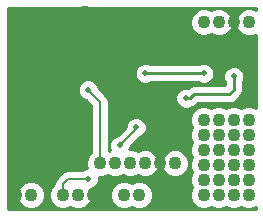
<source format=gbr>
G04 #@! TF.FileFunction,Copper,L2,Bot,Signal*
%FSLAX46Y46*%
G04 Gerber Fmt 4.6, Leading zero omitted, Abs format (unit mm)*
G04 Created by KiCad (PCBNEW (2014-12-04 BZR 5312)-product) date 4/7/2015 12:43:42 PM*
%MOMM*%
G01*
G04 APERTURE LIST*
%ADD10C,0.100000*%
%ADD11C,1.100000*%
%ADD12C,0.609600*%
%ADD13C,0.508000*%
%ADD14C,0.203200*%
%ADD15C,0.254000*%
G04 APERTURE END LIST*
D10*
D11*
X131953000Y-46101000D03*
X130683000Y-46101000D03*
X122809000Y-46101000D03*
X121539000Y-46101000D03*
X141224000Y-39751000D03*
X139954000Y-39751000D03*
X138684000Y-39751000D03*
X137414000Y-39751000D03*
X137414000Y-41021000D03*
X137414000Y-42291000D03*
X137414000Y-43561000D03*
X137414000Y-44831000D03*
X137414000Y-46101000D03*
X138684000Y-41021000D03*
X138684000Y-42291000D03*
X138684000Y-43561000D03*
X138684000Y-44831000D03*
X138684000Y-46101000D03*
X139954000Y-41021000D03*
X139954000Y-42291000D03*
X139954000Y-43561000D03*
X139954000Y-44831000D03*
X139954000Y-46101000D03*
X141224000Y-41021000D03*
X141224000Y-42291000D03*
X141224000Y-43561000D03*
X141224000Y-44831000D03*
X141224000Y-46101000D03*
X137414000Y-31496000D03*
X138684000Y-31496000D03*
X139954000Y-31496000D03*
X141224000Y-31496000D03*
X128651000Y-43434000D03*
X135001000Y-43434000D03*
X133731000Y-43434000D03*
X132461000Y-43434000D03*
X131191000Y-43434000D03*
X129921000Y-43434000D03*
X125476000Y-46101000D03*
X126746000Y-46101000D03*
X128016000Y-46101000D03*
D12*
X133858000Y-31496000D03*
X127381000Y-30353000D03*
X121666000Y-35560000D03*
D13*
X130302000Y-41910000D03*
X131699000Y-40386000D03*
X135889990Y-37926501D03*
X139954000Y-36068000D03*
X132461000Y-35814000D03*
X137414000Y-35814000D03*
X127635000Y-37211000D03*
X127640080Y-44719240D03*
D14*
X130302000Y-41910000D02*
X131699000Y-40513000D01*
X131699000Y-40513000D02*
X131699000Y-40386000D01*
D15*
X136249200Y-37926501D02*
X136583701Y-37592000D01*
X135889990Y-37926501D02*
X136249200Y-37926501D01*
X136583701Y-37592000D02*
X139573000Y-37592000D01*
X139954000Y-37211000D02*
X139954000Y-36068000D01*
X139573000Y-37592000D02*
X139954000Y-37211000D01*
X132461000Y-35814000D02*
X137414000Y-35814000D01*
D14*
X128651000Y-38227000D02*
X128651000Y-43434000D01*
X127635000Y-37211000D02*
X128651000Y-38227000D01*
X125958600Y-44719240D02*
X125476000Y-45201840D01*
X125476000Y-45201840D02*
X125476000Y-46101000D01*
X127640080Y-44719240D02*
X125958600Y-44719240D01*
D15*
G36*
X141809000Y-47321000D02*
X136186206Y-47321000D01*
X136186206Y-43199323D01*
X136006180Y-42763628D01*
X135673125Y-42429991D01*
X135237745Y-42249206D01*
X134766323Y-42248794D01*
X134330628Y-42428820D01*
X133996991Y-42761875D01*
X133816206Y-43197255D01*
X133815794Y-43668677D01*
X133995820Y-44104372D01*
X134328875Y-44438009D01*
X134764255Y-44618794D01*
X135235677Y-44619206D01*
X135671372Y-44439180D01*
X136005009Y-44106125D01*
X136185794Y-43670745D01*
X136186206Y-43199323D01*
X136186206Y-47321000D01*
X133646206Y-47321000D01*
X133646206Y-43199323D01*
X133466180Y-42763628D01*
X133133125Y-42429991D01*
X132697745Y-42249206D01*
X132226323Y-42248794D01*
X131825552Y-42414389D01*
X131427745Y-42249206D01*
X131123855Y-42248940D01*
X131190846Y-42087609D01*
X131190867Y-42062842D01*
X132051433Y-41202276D01*
X132201920Y-41140097D01*
X132452218Y-40890236D01*
X132587846Y-40563609D01*
X132588154Y-40209943D01*
X132453097Y-39883080D01*
X132203236Y-39632782D01*
X131876609Y-39497154D01*
X131522943Y-39496846D01*
X131196080Y-39631903D01*
X130945782Y-39881764D01*
X130810154Y-40208391D01*
X130810021Y-40360268D01*
X130149423Y-41020866D01*
X130125943Y-41020846D01*
X129799080Y-41155903D01*
X129548782Y-41405764D01*
X129413154Y-41732391D01*
X129412846Y-42086057D01*
X129510162Y-42321582D01*
X129387600Y-42372224D01*
X129387600Y-38227000D01*
X129331530Y-37945115D01*
X129171855Y-37706145D01*
X128524133Y-37058423D01*
X128524154Y-37034943D01*
X128389097Y-36708080D01*
X128139236Y-36457782D01*
X127812609Y-36322154D01*
X127458943Y-36321846D01*
X127132080Y-36456903D01*
X126881782Y-36706764D01*
X126746154Y-37033391D01*
X126745846Y-37387057D01*
X126880903Y-37713920D01*
X127130764Y-37964218D01*
X127457391Y-38099846D01*
X127482157Y-38099867D01*
X127914400Y-38532110D01*
X127914400Y-42494932D01*
X127646991Y-42761875D01*
X127466206Y-43197255D01*
X127465794Y-43668677D01*
X127532511Y-43830145D01*
X127464023Y-43830086D01*
X127137160Y-43965143D01*
X127119632Y-43982640D01*
X125958600Y-43982640D01*
X125676715Y-44038710D01*
X125437745Y-44198385D01*
X124955145Y-44680985D01*
X124795470Y-44919955D01*
X124749304Y-45152044D01*
X124471991Y-45428875D01*
X124291206Y-45864255D01*
X124290794Y-46335677D01*
X124470820Y-46771372D01*
X124803875Y-47105009D01*
X125239255Y-47285794D01*
X125710677Y-47286206D01*
X126111447Y-47120610D01*
X126509255Y-47285794D01*
X126980677Y-47286206D01*
X127416372Y-47106180D01*
X127750009Y-46773125D01*
X127930794Y-46337745D01*
X127931206Y-45866323D01*
X127823392Y-45605395D01*
X128143000Y-45473337D01*
X128393298Y-45223476D01*
X128528926Y-44896849D01*
X128529168Y-44618894D01*
X128885677Y-44619206D01*
X129286447Y-44453610D01*
X129684255Y-44618794D01*
X130155677Y-44619206D01*
X130556447Y-44453610D01*
X130954255Y-44618794D01*
X131425677Y-44619206D01*
X131826447Y-44453610D01*
X132224255Y-44618794D01*
X132695677Y-44619206D01*
X133131372Y-44439180D01*
X133465009Y-44106125D01*
X133645794Y-43670745D01*
X133646206Y-43199323D01*
X133646206Y-47321000D01*
X133138206Y-47321000D01*
X133138206Y-45866323D01*
X132958180Y-45430628D01*
X132625125Y-45096991D01*
X132189745Y-44916206D01*
X131718323Y-44915794D01*
X131317552Y-45081389D01*
X130919745Y-44916206D01*
X130448323Y-44915794D01*
X130012628Y-45095820D01*
X129678991Y-45428875D01*
X129498206Y-45864255D01*
X129497794Y-46335677D01*
X129677820Y-46771372D01*
X130010875Y-47105009D01*
X130446255Y-47285794D01*
X130917677Y-47286206D01*
X131318447Y-47120610D01*
X131716255Y-47285794D01*
X132187677Y-47286206D01*
X132623372Y-47106180D01*
X132957009Y-46773125D01*
X133137794Y-46337745D01*
X133138206Y-45866323D01*
X133138206Y-47321000D01*
X123994206Y-47321000D01*
X123994206Y-45866323D01*
X123814180Y-45430628D01*
X123481125Y-45096991D01*
X123045745Y-44916206D01*
X122574323Y-44915794D01*
X122138628Y-45095820D01*
X121804991Y-45428875D01*
X121624206Y-45864255D01*
X121623794Y-46335677D01*
X121803820Y-46771372D01*
X122136875Y-47105009D01*
X122572255Y-47285794D01*
X123043677Y-47286206D01*
X123479372Y-47106180D01*
X123813009Y-46773125D01*
X123993794Y-46337745D01*
X123994206Y-45866323D01*
X123994206Y-47321000D01*
X120827000Y-47321000D01*
X120827000Y-30276000D01*
X141809000Y-30276000D01*
X141809000Y-30455813D01*
X141460745Y-30311206D01*
X140989323Y-30310794D01*
X140553628Y-30490820D01*
X140219991Y-30823875D01*
X140039206Y-31259255D01*
X140038794Y-31730677D01*
X140218820Y-32166372D01*
X140551875Y-32500009D01*
X140987255Y-32680794D01*
X141458677Y-32681206D01*
X141809000Y-32536455D01*
X141809000Y-38710813D01*
X141460745Y-38566206D01*
X140989323Y-38565794D01*
X140843154Y-38626189D01*
X140843154Y-35891943D01*
X140708097Y-35565080D01*
X140458236Y-35314782D01*
X140131609Y-35179154D01*
X139869206Y-35178925D01*
X139869206Y-31261323D01*
X139689180Y-30825628D01*
X139356125Y-30491991D01*
X138920745Y-30311206D01*
X138449323Y-30310794D01*
X138048552Y-30476389D01*
X137650745Y-30311206D01*
X137179323Y-30310794D01*
X136743628Y-30490820D01*
X136409991Y-30823875D01*
X136229206Y-31259255D01*
X136228794Y-31730677D01*
X136408820Y-32166372D01*
X136741875Y-32500009D01*
X137177255Y-32680794D01*
X137648677Y-32681206D01*
X138049447Y-32515610D01*
X138447255Y-32680794D01*
X138918677Y-32681206D01*
X139354372Y-32501180D01*
X139688009Y-32168125D01*
X139868794Y-31732745D01*
X139869206Y-31261323D01*
X139869206Y-35178925D01*
X139777943Y-35178846D01*
X139451080Y-35313903D01*
X139200782Y-35563764D01*
X139065154Y-35890391D01*
X139064846Y-36244057D01*
X139192000Y-36551793D01*
X139192000Y-36830000D01*
X138303154Y-36830000D01*
X138303154Y-35637943D01*
X138168097Y-35311080D01*
X137918236Y-35060782D01*
X137591609Y-34925154D01*
X137237943Y-34924846D01*
X136930206Y-35052000D01*
X132944086Y-35052000D01*
X132638609Y-34925154D01*
X132284943Y-34924846D01*
X131958080Y-35059903D01*
X131707782Y-35309764D01*
X131572154Y-35636391D01*
X131571846Y-35990057D01*
X131706903Y-36316920D01*
X131956764Y-36567218D01*
X132283391Y-36702846D01*
X132637057Y-36703154D01*
X132944793Y-36576000D01*
X136930913Y-36576000D01*
X137236391Y-36702846D01*
X137590057Y-36703154D01*
X137916920Y-36568097D01*
X138167218Y-36318236D01*
X138302846Y-35991609D01*
X138303154Y-35637943D01*
X138303154Y-36830000D01*
X136583701Y-36830000D01*
X136292096Y-36888004D01*
X136067925Y-37037790D01*
X136067599Y-37037655D01*
X135713933Y-37037347D01*
X135387070Y-37172404D01*
X135136772Y-37422265D01*
X135001144Y-37748892D01*
X135000836Y-38102558D01*
X135135893Y-38429421D01*
X135385754Y-38679719D01*
X135712381Y-38815347D01*
X136066047Y-38815655D01*
X136392910Y-38680598D01*
X136418784Y-38654768D01*
X136540804Y-38630497D01*
X136540805Y-38630497D01*
X136788015Y-38465316D01*
X136899331Y-38354000D01*
X139573000Y-38354000D01*
X139573000Y-38353999D01*
X139864604Y-38295996D01*
X139864605Y-38295996D01*
X140111815Y-38130815D01*
X140492815Y-37749816D01*
X140492815Y-37749815D01*
X140657996Y-37502605D01*
X140715999Y-37211000D01*
X140716000Y-37211000D01*
X140716000Y-36551086D01*
X140842846Y-36245609D01*
X140843154Y-35891943D01*
X140843154Y-38626189D01*
X140588552Y-38731389D01*
X140190745Y-38566206D01*
X139719323Y-38565794D01*
X139318552Y-38731389D01*
X138920745Y-38566206D01*
X138449323Y-38565794D01*
X138048552Y-38731389D01*
X137650745Y-38566206D01*
X137179323Y-38565794D01*
X136743628Y-38745820D01*
X136409991Y-39078875D01*
X136229206Y-39514255D01*
X136228794Y-39985677D01*
X136394389Y-40386447D01*
X136229206Y-40784255D01*
X136228794Y-41255677D01*
X136394389Y-41656447D01*
X136229206Y-42054255D01*
X136228794Y-42525677D01*
X136394389Y-42926447D01*
X136229206Y-43324255D01*
X136228794Y-43795677D01*
X136394389Y-44196447D01*
X136229206Y-44594255D01*
X136228794Y-45065677D01*
X136394389Y-45466447D01*
X136229206Y-45864255D01*
X136228794Y-46335677D01*
X136408820Y-46771372D01*
X136741875Y-47105009D01*
X137177255Y-47285794D01*
X137648677Y-47286206D01*
X138049447Y-47120610D01*
X138447255Y-47285794D01*
X138918677Y-47286206D01*
X139319447Y-47120610D01*
X139717255Y-47285794D01*
X140188677Y-47286206D01*
X140589447Y-47120610D01*
X140987255Y-47285794D01*
X141458677Y-47286206D01*
X141809000Y-47141455D01*
X141809000Y-47321000D01*
X141809000Y-47321000D01*
G37*
X141809000Y-47321000D02*
X136186206Y-47321000D01*
X136186206Y-43199323D01*
X136006180Y-42763628D01*
X135673125Y-42429991D01*
X135237745Y-42249206D01*
X134766323Y-42248794D01*
X134330628Y-42428820D01*
X133996991Y-42761875D01*
X133816206Y-43197255D01*
X133815794Y-43668677D01*
X133995820Y-44104372D01*
X134328875Y-44438009D01*
X134764255Y-44618794D01*
X135235677Y-44619206D01*
X135671372Y-44439180D01*
X136005009Y-44106125D01*
X136185794Y-43670745D01*
X136186206Y-43199323D01*
X136186206Y-47321000D01*
X133646206Y-47321000D01*
X133646206Y-43199323D01*
X133466180Y-42763628D01*
X133133125Y-42429991D01*
X132697745Y-42249206D01*
X132226323Y-42248794D01*
X131825552Y-42414389D01*
X131427745Y-42249206D01*
X131123855Y-42248940D01*
X131190846Y-42087609D01*
X131190867Y-42062842D01*
X132051433Y-41202276D01*
X132201920Y-41140097D01*
X132452218Y-40890236D01*
X132587846Y-40563609D01*
X132588154Y-40209943D01*
X132453097Y-39883080D01*
X132203236Y-39632782D01*
X131876609Y-39497154D01*
X131522943Y-39496846D01*
X131196080Y-39631903D01*
X130945782Y-39881764D01*
X130810154Y-40208391D01*
X130810021Y-40360268D01*
X130149423Y-41020866D01*
X130125943Y-41020846D01*
X129799080Y-41155903D01*
X129548782Y-41405764D01*
X129413154Y-41732391D01*
X129412846Y-42086057D01*
X129510162Y-42321582D01*
X129387600Y-42372224D01*
X129387600Y-38227000D01*
X129331530Y-37945115D01*
X129171855Y-37706145D01*
X128524133Y-37058423D01*
X128524154Y-37034943D01*
X128389097Y-36708080D01*
X128139236Y-36457782D01*
X127812609Y-36322154D01*
X127458943Y-36321846D01*
X127132080Y-36456903D01*
X126881782Y-36706764D01*
X126746154Y-37033391D01*
X126745846Y-37387057D01*
X126880903Y-37713920D01*
X127130764Y-37964218D01*
X127457391Y-38099846D01*
X127482157Y-38099867D01*
X127914400Y-38532110D01*
X127914400Y-42494932D01*
X127646991Y-42761875D01*
X127466206Y-43197255D01*
X127465794Y-43668677D01*
X127532511Y-43830145D01*
X127464023Y-43830086D01*
X127137160Y-43965143D01*
X127119632Y-43982640D01*
X125958600Y-43982640D01*
X125676715Y-44038710D01*
X125437745Y-44198385D01*
X124955145Y-44680985D01*
X124795470Y-44919955D01*
X124749304Y-45152044D01*
X124471991Y-45428875D01*
X124291206Y-45864255D01*
X124290794Y-46335677D01*
X124470820Y-46771372D01*
X124803875Y-47105009D01*
X125239255Y-47285794D01*
X125710677Y-47286206D01*
X126111447Y-47120610D01*
X126509255Y-47285794D01*
X126980677Y-47286206D01*
X127416372Y-47106180D01*
X127750009Y-46773125D01*
X127930794Y-46337745D01*
X127931206Y-45866323D01*
X127823392Y-45605395D01*
X128143000Y-45473337D01*
X128393298Y-45223476D01*
X128528926Y-44896849D01*
X128529168Y-44618894D01*
X128885677Y-44619206D01*
X129286447Y-44453610D01*
X129684255Y-44618794D01*
X130155677Y-44619206D01*
X130556447Y-44453610D01*
X130954255Y-44618794D01*
X131425677Y-44619206D01*
X131826447Y-44453610D01*
X132224255Y-44618794D01*
X132695677Y-44619206D01*
X133131372Y-44439180D01*
X133465009Y-44106125D01*
X133645794Y-43670745D01*
X133646206Y-43199323D01*
X133646206Y-47321000D01*
X133138206Y-47321000D01*
X133138206Y-45866323D01*
X132958180Y-45430628D01*
X132625125Y-45096991D01*
X132189745Y-44916206D01*
X131718323Y-44915794D01*
X131317552Y-45081389D01*
X130919745Y-44916206D01*
X130448323Y-44915794D01*
X130012628Y-45095820D01*
X129678991Y-45428875D01*
X129498206Y-45864255D01*
X129497794Y-46335677D01*
X129677820Y-46771372D01*
X130010875Y-47105009D01*
X130446255Y-47285794D01*
X130917677Y-47286206D01*
X131318447Y-47120610D01*
X131716255Y-47285794D01*
X132187677Y-47286206D01*
X132623372Y-47106180D01*
X132957009Y-46773125D01*
X133137794Y-46337745D01*
X133138206Y-45866323D01*
X133138206Y-47321000D01*
X123994206Y-47321000D01*
X123994206Y-45866323D01*
X123814180Y-45430628D01*
X123481125Y-45096991D01*
X123045745Y-44916206D01*
X122574323Y-44915794D01*
X122138628Y-45095820D01*
X121804991Y-45428875D01*
X121624206Y-45864255D01*
X121623794Y-46335677D01*
X121803820Y-46771372D01*
X122136875Y-47105009D01*
X122572255Y-47285794D01*
X123043677Y-47286206D01*
X123479372Y-47106180D01*
X123813009Y-46773125D01*
X123993794Y-46337745D01*
X123994206Y-45866323D01*
X123994206Y-47321000D01*
X120827000Y-47321000D01*
X120827000Y-30276000D01*
X141809000Y-30276000D01*
X141809000Y-30455813D01*
X141460745Y-30311206D01*
X140989323Y-30310794D01*
X140553628Y-30490820D01*
X140219991Y-30823875D01*
X140039206Y-31259255D01*
X140038794Y-31730677D01*
X140218820Y-32166372D01*
X140551875Y-32500009D01*
X140987255Y-32680794D01*
X141458677Y-32681206D01*
X141809000Y-32536455D01*
X141809000Y-38710813D01*
X141460745Y-38566206D01*
X140989323Y-38565794D01*
X140843154Y-38626189D01*
X140843154Y-35891943D01*
X140708097Y-35565080D01*
X140458236Y-35314782D01*
X140131609Y-35179154D01*
X139869206Y-35178925D01*
X139869206Y-31261323D01*
X139689180Y-30825628D01*
X139356125Y-30491991D01*
X138920745Y-30311206D01*
X138449323Y-30310794D01*
X138048552Y-30476389D01*
X137650745Y-30311206D01*
X137179323Y-30310794D01*
X136743628Y-30490820D01*
X136409991Y-30823875D01*
X136229206Y-31259255D01*
X136228794Y-31730677D01*
X136408820Y-32166372D01*
X136741875Y-32500009D01*
X137177255Y-32680794D01*
X137648677Y-32681206D01*
X138049447Y-32515610D01*
X138447255Y-32680794D01*
X138918677Y-32681206D01*
X139354372Y-32501180D01*
X139688009Y-32168125D01*
X139868794Y-31732745D01*
X139869206Y-31261323D01*
X139869206Y-35178925D01*
X139777943Y-35178846D01*
X139451080Y-35313903D01*
X139200782Y-35563764D01*
X139065154Y-35890391D01*
X139064846Y-36244057D01*
X139192000Y-36551793D01*
X139192000Y-36830000D01*
X138303154Y-36830000D01*
X138303154Y-35637943D01*
X138168097Y-35311080D01*
X137918236Y-35060782D01*
X137591609Y-34925154D01*
X137237943Y-34924846D01*
X136930206Y-35052000D01*
X132944086Y-35052000D01*
X132638609Y-34925154D01*
X132284943Y-34924846D01*
X131958080Y-35059903D01*
X131707782Y-35309764D01*
X131572154Y-35636391D01*
X131571846Y-35990057D01*
X131706903Y-36316920D01*
X131956764Y-36567218D01*
X132283391Y-36702846D01*
X132637057Y-36703154D01*
X132944793Y-36576000D01*
X136930913Y-36576000D01*
X137236391Y-36702846D01*
X137590057Y-36703154D01*
X137916920Y-36568097D01*
X138167218Y-36318236D01*
X138302846Y-35991609D01*
X138303154Y-35637943D01*
X138303154Y-36830000D01*
X136583701Y-36830000D01*
X136292096Y-36888004D01*
X136067925Y-37037790D01*
X136067599Y-37037655D01*
X135713933Y-37037347D01*
X135387070Y-37172404D01*
X135136772Y-37422265D01*
X135001144Y-37748892D01*
X135000836Y-38102558D01*
X135135893Y-38429421D01*
X135385754Y-38679719D01*
X135712381Y-38815347D01*
X136066047Y-38815655D01*
X136392910Y-38680598D01*
X136418784Y-38654768D01*
X136540804Y-38630497D01*
X136540805Y-38630497D01*
X136788015Y-38465316D01*
X136899331Y-38354000D01*
X139573000Y-38354000D01*
X139573000Y-38353999D01*
X139864604Y-38295996D01*
X139864605Y-38295996D01*
X140111815Y-38130815D01*
X140492815Y-37749816D01*
X140492815Y-37749815D01*
X140657996Y-37502605D01*
X140715999Y-37211000D01*
X140716000Y-37211000D01*
X140716000Y-36551086D01*
X140842846Y-36245609D01*
X140843154Y-35891943D01*
X140843154Y-38626189D01*
X140588552Y-38731389D01*
X140190745Y-38566206D01*
X139719323Y-38565794D01*
X139318552Y-38731389D01*
X138920745Y-38566206D01*
X138449323Y-38565794D01*
X138048552Y-38731389D01*
X137650745Y-38566206D01*
X137179323Y-38565794D01*
X136743628Y-38745820D01*
X136409991Y-39078875D01*
X136229206Y-39514255D01*
X136228794Y-39985677D01*
X136394389Y-40386447D01*
X136229206Y-40784255D01*
X136228794Y-41255677D01*
X136394389Y-41656447D01*
X136229206Y-42054255D01*
X136228794Y-42525677D01*
X136394389Y-42926447D01*
X136229206Y-43324255D01*
X136228794Y-43795677D01*
X136394389Y-44196447D01*
X136229206Y-44594255D01*
X136228794Y-45065677D01*
X136394389Y-45466447D01*
X136229206Y-45864255D01*
X136228794Y-46335677D01*
X136408820Y-46771372D01*
X136741875Y-47105009D01*
X137177255Y-47285794D01*
X137648677Y-47286206D01*
X138049447Y-47120610D01*
X138447255Y-47285794D01*
X138918677Y-47286206D01*
X139319447Y-47120610D01*
X139717255Y-47285794D01*
X140188677Y-47286206D01*
X140589447Y-47120610D01*
X140987255Y-47285794D01*
X141458677Y-47286206D01*
X141809000Y-47141455D01*
X141809000Y-47321000D01*
M02*

</source>
